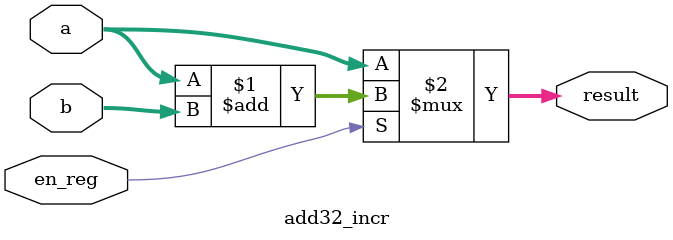
<source format=v>
module add32_incr(en_reg, a, b, result);
	input en_reg ;
	input [31:0] a, b;
	output [31:0] result;

	assign result = en_reg ? (a + b) : a ;
endmodule
</source>
